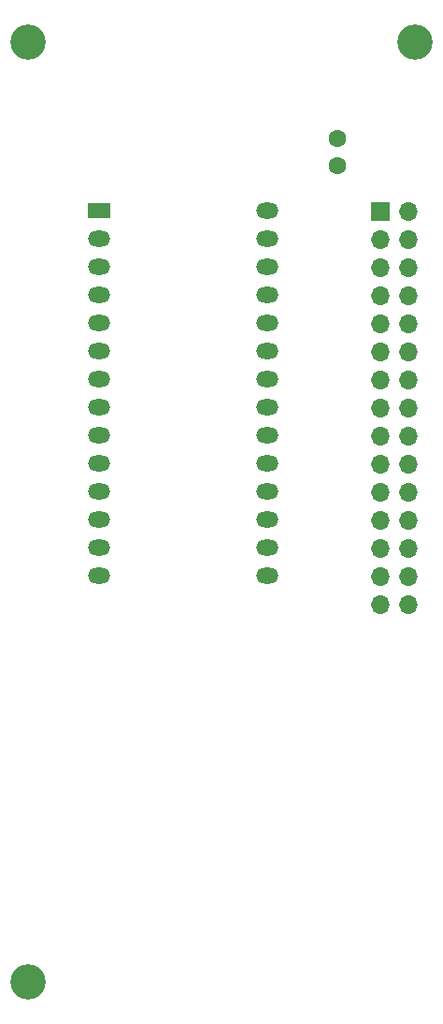
<source format=gbr>
%TF.GenerationSoftware,KiCad,Pcbnew,(5.99.0-7356-g63088e8bdb)*%
%TF.CreationDate,2021-07-04T12:01:15+08:00*%
%TF.ProjectId,AdapterCartdrigeDev,41646170-7465-4724-9361-727464726967,rev?*%
%TF.SameCoordinates,Original*%
%TF.FileFunction,Soldermask,Bot*%
%TF.FilePolarity,Negative*%
%FSLAX46Y46*%
G04 Gerber Fmt 4.6, Leading zero omitted, Abs format (unit mm)*
G04 Created by KiCad (PCBNEW (5.99.0-7356-g63088e8bdb)) date 2021-07-04 12:01:15*
%MOMM*%
%LPD*%
G01*
G04 APERTURE LIST*
%ADD10C,3.200000*%
%ADD11R,1.700000X1.700000*%
%ADD12O,1.700000X1.700000*%
%ADD13C,1.600000*%
%ADD14R,2.000000X1.440000*%
%ADD15O,2.000000X1.440000*%
G04 APERTURE END LIST*
D10*
%TO.C,H3*%
X131000000Y-34000000D03*
%TD*%
%TO.C,H1*%
X96000000Y-34000000D03*
%TD*%
D11*
%TO.C,J1*%
X127936000Y-49280000D03*
D12*
X130476000Y-49280000D03*
X127936000Y-51820000D03*
X130476000Y-51820000D03*
X127936000Y-54360000D03*
X130476000Y-54360000D03*
X127936000Y-56900000D03*
X130476000Y-56900000D03*
X127936000Y-59440000D03*
X130476000Y-59440000D03*
X127936000Y-61980000D03*
X130476000Y-61980000D03*
X127936000Y-64520000D03*
X130476000Y-64520000D03*
X127936000Y-67060000D03*
X130476000Y-67060000D03*
X127936000Y-69600000D03*
X130476000Y-69600000D03*
X127936000Y-72140000D03*
X130476000Y-72140000D03*
X127936000Y-74680000D03*
X130476000Y-74680000D03*
X127936000Y-77220000D03*
X130476000Y-77220000D03*
X127936000Y-79760000D03*
X130476000Y-79760000D03*
X127936000Y-82300000D03*
X130476000Y-82300000D03*
X127936000Y-84840000D03*
X130476000Y-84840000D03*
%TD*%
D10*
%TO.C,H2*%
X96000000Y-119000000D03*
%TD*%
D13*
%TO.C,C1*%
X123983000Y-45196000D03*
X123983000Y-42696000D03*
%TD*%
D14*
%TO.C,U1*%
X102393000Y-49260000D03*
D15*
X102393000Y-51800000D03*
X102393000Y-54340000D03*
X102393000Y-56880000D03*
X102393000Y-59420000D03*
X102393000Y-61960000D03*
X102393000Y-64500000D03*
X102393000Y-67040000D03*
X102393000Y-69580000D03*
X102393000Y-72120000D03*
X102393000Y-74660000D03*
X102393000Y-77200000D03*
X102393000Y-79740000D03*
X102393000Y-82280000D03*
X117633000Y-82280000D03*
X117633000Y-79740000D03*
X117633000Y-77200000D03*
X117633000Y-74660000D03*
X117633000Y-72120000D03*
X117633000Y-69580000D03*
X117633000Y-67040000D03*
X117633000Y-64500000D03*
X117633000Y-61960000D03*
X117633000Y-59420000D03*
X117633000Y-56880000D03*
X117633000Y-54340000D03*
X117633000Y-51800000D03*
X117633000Y-49260000D03*
%TD*%
M02*

</source>
